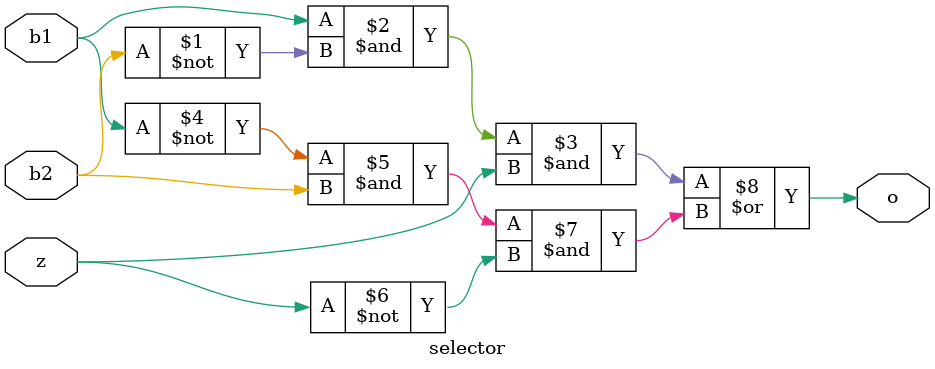
<source format=v>
`timescale 1ns / 1ps


module cpu(
input clk,
input reset,
input [31:0]instruction,
input [31:0]rdata,
output [31:0]pc,
output [31:0]addr,
output [31:0]wdata,
output IM_R,
output DM_CS,
output DM_R,
output DM_W
);

wire PC_CLK,PC_ENA,M1,M2,M3,M5,M7,M8,RF_W,RF_CLK,B1,B2;
wire [1:0] M4;
wire [1:0] M6;
wire [3:0] ALUC;
wire z,c,n,o,a;
wire [31:0] INS;
wire [31:0] D_ALU;
wire [31:0] D_PC;
wire [31:0] D_NPC;
wire [31:0] D_RF;
wire [31:0] D_Rs;
wire [31:0] D_Rt;
wire [31:0] D_IM;
wire [31:0] D_DM;
wire [31:0] D_Mux1;
wire [31:0] D_Mux2;
wire [31:0] D_Mux3;
wire [31:0] D_Mux4;
wire [31:0] D_Mux5;
wire [4:0] D_Mux6;
wire [31:0] D_Mux7;
wire [31:0] D_Mux8;
wire [31:0] D_EXT5;
wire [31:0] D_EXT16;
wire [31:0] D_S_EXT16;
wire [31:0] D_EXT18;
wire [31:0] D_ADD;
wire [31:0] D_ADD8;
wire [31:0] D_ADD4;
wire [31:0] D_BING;
wire [4:0] D_Rsc;
wire [4:0] D_Rtc;
wire [4:0] D_Rdc;

assign PC_ENA = 1;
assign pc=D_PC;
assign addr=D_ALU;
assign wdata=D_Rt;

instruction_decoder cpu_ins(instruction,INS);
micro_operation_producer cpu_opcode(clk,z,instruction,INS,PC_CLK,IM_R,M1,M2,M3,M4,M6,M7,M8,ALUC,RF_W,RF_CLK,DM_W,DM_R,DM_CS,D_Rsc,D_Rtc,D_Rdc,B1,B2);
pcreg2 pc_out(PC_CLK,reset,PC_ENA,D_Mux1,D_PC);
alu cpu_alu(D_Mux3,D_Mux4,ALUC[3:0],D_ALU,z,c,n,o);
regfile cpu_ref(RF_CLK,reset,RF_W,D_Rtc,D_Rsc,D_Mux6,D_Mux7,D_Rt,D_Rs);
mux_1_2 cpu_mux1(D_Mux8,D_Mux5,M1,D_Mux1);
mux_1_2 cpu_mux2(rdata,D_ALU,M2,D_Mux2);
mux_1_2 cpu_mux3(D_EXT5,D_Rs,M3,D_Mux3);
mux_2_4 cpu_mux4(D_Rt,D_S_EXT16,D_EXT16,M4,D_Mux4);
selector sel(B1,B2,cpu_alu.z,M5);
mux_1_2 cpu_mux5(D_NPC,D_ADD,M5,D_Mux5);
mux_2_4 cpu_mux6(D_Rtc,D_Rdc,5'b11111,M6,D_Mux6);
mux_1_2 cpu_mux7(D_Mux2,D_ADD8,M7,D_Mux7);
mux_1_2 cpu_mux8(D_BING,D_Rs,M8,D_Mux8);
ext5 cpu_ext5(instruction[10:6],D_EXT5);
ext16 cpu_ext16(instruction[15:0],D_EXT16);
s_ext16 cpu_s_ext16(instruction[15:0],D_S_EXT16);
ext18 cpu_ext18(instruction[15:0],D_EXT18);
add cpu_add(D_EXT18,D_NPC,D_ADD,ao);
add8 cpu_add8(D_PC,D_ADD8);
add4 cpu_npc(D_PC,D_NPC);
bing cpu_bing(D_PC[31:28],instruction[25:0],D_BING);

endmodule


module selector(
input b1,
input b2,
input z,
output o
);

assign o=(b1&(~b2)&z)|((~b1)&b2&(~z));

endmodule

</source>
